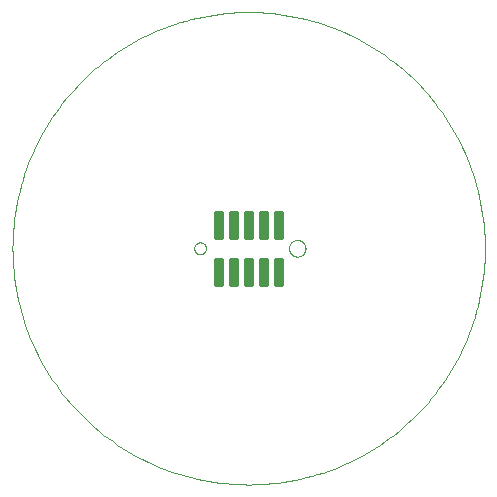
<source format=gbp>
G75*
%MOIN*%
%OFA0B0*%
%FSLAX25Y25*%
%IPPOS*%
%LPD*%
%AMOC8*
5,1,8,0,0,1.08239X$1,22.5*
%
%ADD10C,0.00394*%
%ADD11C,0.01575*%
%ADD12C,0.00000*%
D10*
X0001394Y0080134D02*
X0001418Y0082066D01*
X0001489Y0083998D01*
X0001607Y0085926D01*
X0001773Y0087852D01*
X0001986Y0089773D01*
X0002246Y0091688D01*
X0002553Y0093596D01*
X0002907Y0095495D01*
X0003307Y0097386D01*
X0003754Y0099266D01*
X0004246Y0101135D01*
X0004785Y0102991D01*
X0005368Y0104833D01*
X0005997Y0106661D01*
X0006670Y0108472D01*
X0007388Y0110266D01*
X0008149Y0112043D01*
X0008954Y0113800D01*
X0009802Y0115536D01*
X0010692Y0117252D01*
X0011623Y0118945D01*
X0012596Y0120614D01*
X0013610Y0122260D01*
X0014664Y0123880D01*
X0015757Y0125473D01*
X0016889Y0127039D01*
X0018060Y0128577D01*
X0019267Y0130086D01*
X0020511Y0131565D01*
X0021792Y0133013D01*
X0023107Y0134428D01*
X0024456Y0135812D01*
X0025840Y0137161D01*
X0027255Y0138476D01*
X0028703Y0139757D01*
X0030182Y0141001D01*
X0031691Y0142208D01*
X0033229Y0143379D01*
X0034795Y0144511D01*
X0036388Y0145604D01*
X0038008Y0146658D01*
X0039654Y0147672D01*
X0041323Y0148645D01*
X0043016Y0149576D01*
X0044732Y0150466D01*
X0046468Y0151314D01*
X0048225Y0152119D01*
X0050002Y0152880D01*
X0051796Y0153598D01*
X0053607Y0154271D01*
X0055435Y0154900D01*
X0057277Y0155483D01*
X0059133Y0156022D01*
X0061002Y0156514D01*
X0062882Y0156961D01*
X0064773Y0157361D01*
X0066672Y0157715D01*
X0068580Y0158022D01*
X0070495Y0158282D01*
X0072416Y0158495D01*
X0074342Y0158661D01*
X0076270Y0158779D01*
X0078202Y0158850D01*
X0080134Y0158874D01*
X0082066Y0158850D01*
X0083998Y0158779D01*
X0085926Y0158661D01*
X0087852Y0158495D01*
X0089773Y0158282D01*
X0091688Y0158022D01*
X0093596Y0157715D01*
X0095495Y0157361D01*
X0097386Y0156961D01*
X0099266Y0156514D01*
X0101135Y0156022D01*
X0102991Y0155483D01*
X0104833Y0154900D01*
X0106661Y0154271D01*
X0108472Y0153598D01*
X0110266Y0152880D01*
X0112043Y0152119D01*
X0113800Y0151314D01*
X0115536Y0150466D01*
X0117252Y0149576D01*
X0118945Y0148645D01*
X0120614Y0147672D01*
X0122260Y0146658D01*
X0123880Y0145604D01*
X0125473Y0144511D01*
X0127039Y0143379D01*
X0128577Y0142208D01*
X0130086Y0141001D01*
X0131565Y0139757D01*
X0133013Y0138476D01*
X0134428Y0137161D01*
X0135812Y0135812D01*
X0137161Y0134428D01*
X0138476Y0133013D01*
X0139757Y0131565D01*
X0141001Y0130086D01*
X0142208Y0128577D01*
X0143379Y0127039D01*
X0144511Y0125473D01*
X0145604Y0123880D01*
X0146658Y0122260D01*
X0147672Y0120614D01*
X0148645Y0118945D01*
X0149576Y0117252D01*
X0150466Y0115536D01*
X0151314Y0113800D01*
X0152119Y0112043D01*
X0152880Y0110266D01*
X0153598Y0108472D01*
X0154271Y0106661D01*
X0154900Y0104833D01*
X0155483Y0102991D01*
X0156022Y0101135D01*
X0156514Y0099266D01*
X0156961Y0097386D01*
X0157361Y0095495D01*
X0157715Y0093596D01*
X0158022Y0091688D01*
X0158282Y0089773D01*
X0158495Y0087852D01*
X0158661Y0085926D01*
X0158779Y0083998D01*
X0158850Y0082066D01*
X0158874Y0080134D01*
X0158850Y0078202D01*
X0158779Y0076270D01*
X0158661Y0074342D01*
X0158495Y0072416D01*
X0158282Y0070495D01*
X0158022Y0068580D01*
X0157715Y0066672D01*
X0157361Y0064773D01*
X0156961Y0062882D01*
X0156514Y0061002D01*
X0156022Y0059133D01*
X0155483Y0057277D01*
X0154900Y0055435D01*
X0154271Y0053607D01*
X0153598Y0051796D01*
X0152880Y0050002D01*
X0152119Y0048225D01*
X0151314Y0046468D01*
X0150466Y0044732D01*
X0149576Y0043016D01*
X0148645Y0041323D01*
X0147672Y0039654D01*
X0146658Y0038008D01*
X0145604Y0036388D01*
X0144511Y0034795D01*
X0143379Y0033229D01*
X0142208Y0031691D01*
X0141001Y0030182D01*
X0139757Y0028703D01*
X0138476Y0027255D01*
X0137161Y0025840D01*
X0135812Y0024456D01*
X0134428Y0023107D01*
X0133013Y0021792D01*
X0131565Y0020511D01*
X0130086Y0019267D01*
X0128577Y0018060D01*
X0127039Y0016889D01*
X0125473Y0015757D01*
X0123880Y0014664D01*
X0122260Y0013610D01*
X0120614Y0012596D01*
X0118945Y0011623D01*
X0117252Y0010692D01*
X0115536Y0009802D01*
X0113800Y0008954D01*
X0112043Y0008149D01*
X0110266Y0007388D01*
X0108472Y0006670D01*
X0106661Y0005997D01*
X0104833Y0005368D01*
X0102991Y0004785D01*
X0101135Y0004246D01*
X0099266Y0003754D01*
X0097386Y0003307D01*
X0095495Y0002907D01*
X0093596Y0002553D01*
X0091688Y0002246D01*
X0089773Y0001986D01*
X0087852Y0001773D01*
X0085926Y0001607D01*
X0083998Y0001489D01*
X0082066Y0001418D01*
X0080134Y0001394D01*
X0078202Y0001418D01*
X0076270Y0001489D01*
X0074342Y0001607D01*
X0072416Y0001773D01*
X0070495Y0001986D01*
X0068580Y0002246D01*
X0066672Y0002553D01*
X0064773Y0002907D01*
X0062882Y0003307D01*
X0061002Y0003754D01*
X0059133Y0004246D01*
X0057277Y0004785D01*
X0055435Y0005368D01*
X0053607Y0005997D01*
X0051796Y0006670D01*
X0050002Y0007388D01*
X0048225Y0008149D01*
X0046468Y0008954D01*
X0044732Y0009802D01*
X0043016Y0010692D01*
X0041323Y0011623D01*
X0039654Y0012596D01*
X0038008Y0013610D01*
X0036388Y0014664D01*
X0034795Y0015757D01*
X0033229Y0016889D01*
X0031691Y0018060D01*
X0030182Y0019267D01*
X0028703Y0020511D01*
X0027255Y0021792D01*
X0025840Y0023107D01*
X0024456Y0024456D01*
X0023107Y0025840D01*
X0021792Y0027255D01*
X0020511Y0028703D01*
X0019267Y0030182D01*
X0018060Y0031691D01*
X0016889Y0033229D01*
X0015757Y0034795D01*
X0014664Y0036388D01*
X0013610Y0038008D01*
X0012596Y0039654D01*
X0011623Y0041323D01*
X0010692Y0043016D01*
X0009802Y0044732D01*
X0008954Y0046468D01*
X0008149Y0048225D01*
X0007388Y0050002D01*
X0006670Y0051796D01*
X0005997Y0053607D01*
X0005368Y0055435D01*
X0004785Y0057277D01*
X0004246Y0059133D01*
X0003754Y0061002D01*
X0003307Y0062882D01*
X0002907Y0064773D01*
X0002553Y0066672D01*
X0002246Y0068580D01*
X0001986Y0070495D01*
X0001773Y0072416D01*
X0001607Y0074342D01*
X0001489Y0076270D01*
X0001418Y0078202D01*
X0001394Y0080134D01*
D11*
X0069346Y0076197D02*
X0070922Y0076197D01*
X0070922Y0068323D01*
X0069346Y0068323D01*
X0069346Y0076197D01*
X0069346Y0069897D02*
X0070922Y0069897D01*
X0070922Y0071471D02*
X0069346Y0071471D01*
X0069346Y0073045D02*
X0070922Y0073045D01*
X0070922Y0074619D02*
X0069346Y0074619D01*
X0069346Y0076193D02*
X0070922Y0076193D01*
X0074346Y0076197D02*
X0075922Y0076197D01*
X0075922Y0068323D01*
X0074346Y0068323D01*
X0074346Y0076197D01*
X0074346Y0069897D02*
X0075922Y0069897D01*
X0075922Y0071471D02*
X0074346Y0071471D01*
X0074346Y0073045D02*
X0075922Y0073045D01*
X0075922Y0074619D02*
X0074346Y0074619D01*
X0074346Y0076193D02*
X0075922Y0076193D01*
X0079346Y0076197D02*
X0080922Y0076197D01*
X0080922Y0068323D01*
X0079346Y0068323D01*
X0079346Y0076197D01*
X0079346Y0069897D02*
X0080922Y0069897D01*
X0080922Y0071471D02*
X0079346Y0071471D01*
X0079346Y0073045D02*
X0080922Y0073045D01*
X0080922Y0074619D02*
X0079346Y0074619D01*
X0079346Y0076193D02*
X0080922Y0076193D01*
X0084346Y0076197D02*
X0085922Y0076197D01*
X0085922Y0068323D01*
X0084346Y0068323D01*
X0084346Y0076197D01*
X0084346Y0069897D02*
X0085922Y0069897D01*
X0085922Y0071471D02*
X0084346Y0071471D01*
X0084346Y0073045D02*
X0085922Y0073045D01*
X0085922Y0074619D02*
X0084346Y0074619D01*
X0084346Y0076193D02*
X0085922Y0076193D01*
X0089346Y0076197D02*
X0090922Y0076197D01*
X0090922Y0068323D01*
X0089346Y0068323D01*
X0089346Y0076197D01*
X0089346Y0069897D02*
X0090922Y0069897D01*
X0090922Y0071471D02*
X0089346Y0071471D01*
X0089346Y0073045D02*
X0090922Y0073045D01*
X0090922Y0074619D02*
X0089346Y0074619D01*
X0089346Y0076193D02*
X0090922Y0076193D01*
X0090922Y0091945D02*
X0089346Y0091945D01*
X0090922Y0091945D02*
X0090922Y0084071D01*
X0089346Y0084071D01*
X0089346Y0091945D01*
X0089346Y0085645D02*
X0090922Y0085645D01*
X0090922Y0087219D02*
X0089346Y0087219D01*
X0089346Y0088793D02*
X0090922Y0088793D01*
X0090922Y0090367D02*
X0089346Y0090367D01*
X0089346Y0091941D02*
X0090922Y0091941D01*
X0085922Y0091945D02*
X0084346Y0091945D01*
X0085922Y0091945D02*
X0085922Y0084071D01*
X0084346Y0084071D01*
X0084346Y0091945D01*
X0084346Y0085645D02*
X0085922Y0085645D01*
X0085922Y0087219D02*
X0084346Y0087219D01*
X0084346Y0088793D02*
X0085922Y0088793D01*
X0085922Y0090367D02*
X0084346Y0090367D01*
X0084346Y0091941D02*
X0085922Y0091941D01*
X0080922Y0091945D02*
X0079346Y0091945D01*
X0080922Y0091945D02*
X0080922Y0084071D01*
X0079346Y0084071D01*
X0079346Y0091945D01*
X0079346Y0085645D02*
X0080922Y0085645D01*
X0080922Y0087219D02*
X0079346Y0087219D01*
X0079346Y0088793D02*
X0080922Y0088793D01*
X0080922Y0090367D02*
X0079346Y0090367D01*
X0079346Y0091941D02*
X0080922Y0091941D01*
X0075922Y0091945D02*
X0074346Y0091945D01*
X0075922Y0091945D02*
X0075922Y0084071D01*
X0074346Y0084071D01*
X0074346Y0091945D01*
X0074346Y0085645D02*
X0075922Y0085645D01*
X0075922Y0087219D02*
X0074346Y0087219D01*
X0074346Y0088793D02*
X0075922Y0088793D01*
X0075922Y0090367D02*
X0074346Y0090367D01*
X0074346Y0091941D02*
X0075922Y0091941D01*
X0070922Y0091945D02*
X0069346Y0091945D01*
X0070922Y0091945D02*
X0070922Y0084071D01*
X0069346Y0084071D01*
X0069346Y0091945D01*
X0069346Y0085645D02*
X0070922Y0085645D01*
X0070922Y0087219D02*
X0069346Y0087219D01*
X0069346Y0088793D02*
X0070922Y0088793D01*
X0070922Y0090367D02*
X0069346Y0090367D01*
X0069346Y0091941D02*
X0070922Y0091941D01*
D12*
X0061964Y0080134D02*
X0061966Y0080222D01*
X0061972Y0080310D01*
X0061982Y0080398D01*
X0061996Y0080486D01*
X0062013Y0080572D01*
X0062035Y0080658D01*
X0062060Y0080742D01*
X0062090Y0080826D01*
X0062122Y0080908D01*
X0062159Y0080988D01*
X0062199Y0081067D01*
X0062243Y0081144D01*
X0062290Y0081219D01*
X0062340Y0081291D01*
X0062394Y0081362D01*
X0062450Y0081429D01*
X0062510Y0081495D01*
X0062572Y0081557D01*
X0062638Y0081617D01*
X0062705Y0081673D01*
X0062776Y0081727D01*
X0062848Y0081777D01*
X0062923Y0081824D01*
X0063000Y0081868D01*
X0063079Y0081908D01*
X0063159Y0081945D01*
X0063241Y0081977D01*
X0063325Y0082007D01*
X0063409Y0082032D01*
X0063495Y0082054D01*
X0063581Y0082071D01*
X0063669Y0082085D01*
X0063757Y0082095D01*
X0063845Y0082101D01*
X0063933Y0082103D01*
X0064021Y0082101D01*
X0064109Y0082095D01*
X0064197Y0082085D01*
X0064285Y0082071D01*
X0064371Y0082054D01*
X0064457Y0082032D01*
X0064541Y0082007D01*
X0064625Y0081977D01*
X0064707Y0081945D01*
X0064787Y0081908D01*
X0064866Y0081868D01*
X0064943Y0081824D01*
X0065018Y0081777D01*
X0065090Y0081727D01*
X0065161Y0081673D01*
X0065228Y0081617D01*
X0065294Y0081557D01*
X0065356Y0081495D01*
X0065416Y0081429D01*
X0065472Y0081362D01*
X0065526Y0081291D01*
X0065576Y0081219D01*
X0065623Y0081144D01*
X0065667Y0081067D01*
X0065707Y0080988D01*
X0065744Y0080908D01*
X0065776Y0080826D01*
X0065806Y0080742D01*
X0065831Y0080658D01*
X0065853Y0080572D01*
X0065870Y0080486D01*
X0065884Y0080398D01*
X0065894Y0080310D01*
X0065900Y0080222D01*
X0065902Y0080134D01*
X0065900Y0080046D01*
X0065894Y0079958D01*
X0065884Y0079870D01*
X0065870Y0079782D01*
X0065853Y0079696D01*
X0065831Y0079610D01*
X0065806Y0079526D01*
X0065776Y0079442D01*
X0065744Y0079360D01*
X0065707Y0079280D01*
X0065667Y0079201D01*
X0065623Y0079124D01*
X0065576Y0079049D01*
X0065526Y0078977D01*
X0065472Y0078906D01*
X0065416Y0078839D01*
X0065356Y0078773D01*
X0065294Y0078711D01*
X0065228Y0078651D01*
X0065161Y0078595D01*
X0065090Y0078541D01*
X0065018Y0078491D01*
X0064943Y0078444D01*
X0064866Y0078400D01*
X0064787Y0078360D01*
X0064707Y0078323D01*
X0064625Y0078291D01*
X0064541Y0078261D01*
X0064457Y0078236D01*
X0064371Y0078214D01*
X0064285Y0078197D01*
X0064197Y0078183D01*
X0064109Y0078173D01*
X0064021Y0078167D01*
X0063933Y0078165D01*
X0063845Y0078167D01*
X0063757Y0078173D01*
X0063669Y0078183D01*
X0063581Y0078197D01*
X0063495Y0078214D01*
X0063409Y0078236D01*
X0063325Y0078261D01*
X0063241Y0078291D01*
X0063159Y0078323D01*
X0063079Y0078360D01*
X0063000Y0078400D01*
X0062923Y0078444D01*
X0062848Y0078491D01*
X0062776Y0078541D01*
X0062705Y0078595D01*
X0062638Y0078651D01*
X0062572Y0078711D01*
X0062510Y0078773D01*
X0062450Y0078839D01*
X0062394Y0078906D01*
X0062340Y0078977D01*
X0062290Y0079049D01*
X0062243Y0079124D01*
X0062199Y0079201D01*
X0062159Y0079280D01*
X0062122Y0079360D01*
X0062090Y0079442D01*
X0062060Y0079526D01*
X0062035Y0079610D01*
X0062013Y0079696D01*
X0061996Y0079782D01*
X0061982Y0079870D01*
X0061972Y0079958D01*
X0061966Y0080046D01*
X0061964Y0080134D01*
X0093579Y0080134D02*
X0093581Y0080239D01*
X0093587Y0080344D01*
X0093597Y0080448D01*
X0093611Y0080552D01*
X0093629Y0080656D01*
X0093651Y0080758D01*
X0093676Y0080860D01*
X0093706Y0080961D01*
X0093739Y0081060D01*
X0093776Y0081158D01*
X0093817Y0081255D01*
X0093862Y0081350D01*
X0093910Y0081443D01*
X0093961Y0081535D01*
X0094017Y0081624D01*
X0094075Y0081711D01*
X0094137Y0081796D01*
X0094201Y0081879D01*
X0094269Y0081959D01*
X0094340Y0082036D01*
X0094414Y0082110D01*
X0094491Y0082182D01*
X0094570Y0082251D01*
X0094652Y0082316D01*
X0094736Y0082379D01*
X0094823Y0082438D01*
X0094912Y0082494D01*
X0095003Y0082547D01*
X0095096Y0082596D01*
X0095190Y0082641D01*
X0095286Y0082683D01*
X0095384Y0082721D01*
X0095483Y0082755D01*
X0095584Y0082786D01*
X0095685Y0082812D01*
X0095788Y0082835D01*
X0095891Y0082854D01*
X0095995Y0082869D01*
X0096099Y0082880D01*
X0096204Y0082887D01*
X0096309Y0082890D01*
X0096414Y0082889D01*
X0096519Y0082884D01*
X0096623Y0082875D01*
X0096727Y0082862D01*
X0096831Y0082845D01*
X0096934Y0082824D01*
X0097036Y0082799D01*
X0097137Y0082771D01*
X0097236Y0082738D01*
X0097335Y0082702D01*
X0097432Y0082662D01*
X0097527Y0082619D01*
X0097621Y0082571D01*
X0097713Y0082521D01*
X0097803Y0082467D01*
X0097891Y0082409D01*
X0097976Y0082348D01*
X0098059Y0082284D01*
X0098140Y0082217D01*
X0098218Y0082147D01*
X0098293Y0082073D01*
X0098365Y0081998D01*
X0098435Y0081919D01*
X0098501Y0081838D01*
X0098565Y0081754D01*
X0098625Y0081668D01*
X0098681Y0081580D01*
X0098735Y0081489D01*
X0098785Y0081397D01*
X0098831Y0081303D01*
X0098874Y0081207D01*
X0098913Y0081109D01*
X0098948Y0081011D01*
X0098979Y0080910D01*
X0099007Y0080809D01*
X0099031Y0080707D01*
X0099051Y0080604D01*
X0099067Y0080500D01*
X0099079Y0080396D01*
X0099087Y0080291D01*
X0099091Y0080186D01*
X0099091Y0080082D01*
X0099087Y0079977D01*
X0099079Y0079872D01*
X0099067Y0079768D01*
X0099051Y0079664D01*
X0099031Y0079561D01*
X0099007Y0079459D01*
X0098979Y0079358D01*
X0098948Y0079257D01*
X0098913Y0079159D01*
X0098874Y0079061D01*
X0098831Y0078965D01*
X0098785Y0078871D01*
X0098735Y0078779D01*
X0098681Y0078688D01*
X0098625Y0078600D01*
X0098565Y0078514D01*
X0098501Y0078430D01*
X0098435Y0078349D01*
X0098365Y0078270D01*
X0098293Y0078195D01*
X0098218Y0078121D01*
X0098140Y0078051D01*
X0098059Y0077984D01*
X0097976Y0077920D01*
X0097891Y0077859D01*
X0097803Y0077801D01*
X0097713Y0077747D01*
X0097621Y0077697D01*
X0097527Y0077649D01*
X0097432Y0077606D01*
X0097335Y0077566D01*
X0097236Y0077530D01*
X0097137Y0077497D01*
X0097036Y0077469D01*
X0096934Y0077444D01*
X0096831Y0077423D01*
X0096727Y0077406D01*
X0096623Y0077393D01*
X0096519Y0077384D01*
X0096414Y0077379D01*
X0096309Y0077378D01*
X0096204Y0077381D01*
X0096099Y0077388D01*
X0095995Y0077399D01*
X0095891Y0077414D01*
X0095788Y0077433D01*
X0095685Y0077456D01*
X0095584Y0077482D01*
X0095483Y0077513D01*
X0095384Y0077547D01*
X0095286Y0077585D01*
X0095190Y0077627D01*
X0095096Y0077672D01*
X0095003Y0077721D01*
X0094912Y0077774D01*
X0094823Y0077830D01*
X0094736Y0077889D01*
X0094652Y0077952D01*
X0094570Y0078017D01*
X0094491Y0078086D01*
X0094414Y0078158D01*
X0094340Y0078232D01*
X0094269Y0078309D01*
X0094201Y0078389D01*
X0094137Y0078472D01*
X0094075Y0078557D01*
X0094017Y0078644D01*
X0093961Y0078733D01*
X0093910Y0078825D01*
X0093862Y0078918D01*
X0093817Y0079013D01*
X0093776Y0079110D01*
X0093739Y0079208D01*
X0093706Y0079307D01*
X0093676Y0079408D01*
X0093651Y0079510D01*
X0093629Y0079612D01*
X0093611Y0079716D01*
X0093597Y0079820D01*
X0093587Y0079924D01*
X0093581Y0080029D01*
X0093579Y0080134D01*
M02*

</source>
